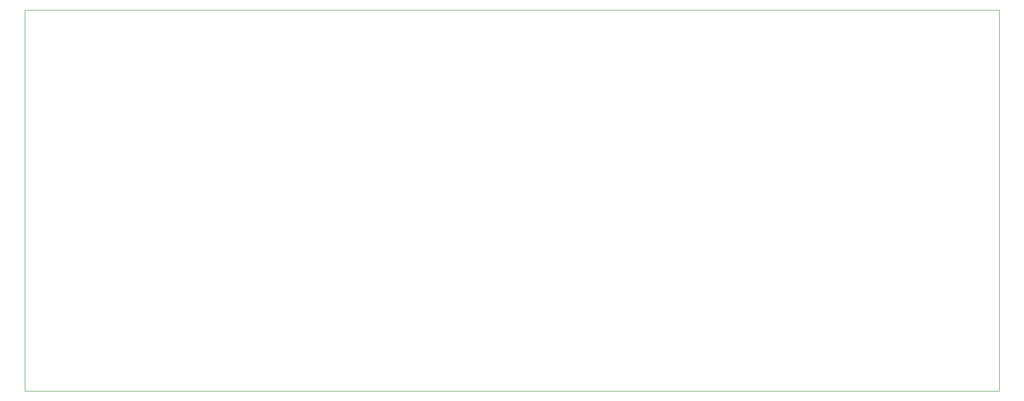
<source format=gbr>
G04 #@! TF.GenerationSoftware,KiCad,Pcbnew,(5.1.10)-1*
G04 #@! TF.CreationDate,2021-10-04T14:19:23-03:00*
G04 #@! TF.ProjectId,ESP-relay_6ch,4553502d-7265-46c6-9179-5f3663682e6b,rev?*
G04 #@! TF.SameCoordinates,Original*
G04 #@! TF.FileFunction,Profile,NP*
%FSLAX46Y46*%
G04 Gerber Fmt 4.6, Leading zero omitted, Abs format (unit mm)*
G04 Created by KiCad (PCBNEW (5.1.10)-1) date 2021-10-04 14:19:23*
%MOMM*%
%LPD*%
G01*
G04 APERTURE LIST*
G04 #@! TA.AperFunction,Profile*
%ADD10C,0.100000*%
G04 #@! TD*
G04 APERTURE END LIST*
D10*
X237770000Y-132080000D02*
X237770000Y-64280000D01*
X237770000Y-64280000D02*
X64770000Y-64280000D01*
X64770000Y-132080000D02*
X237770000Y-132080000D01*
X64770000Y-64280000D02*
X64770000Y-132080000D01*
M02*

</source>
